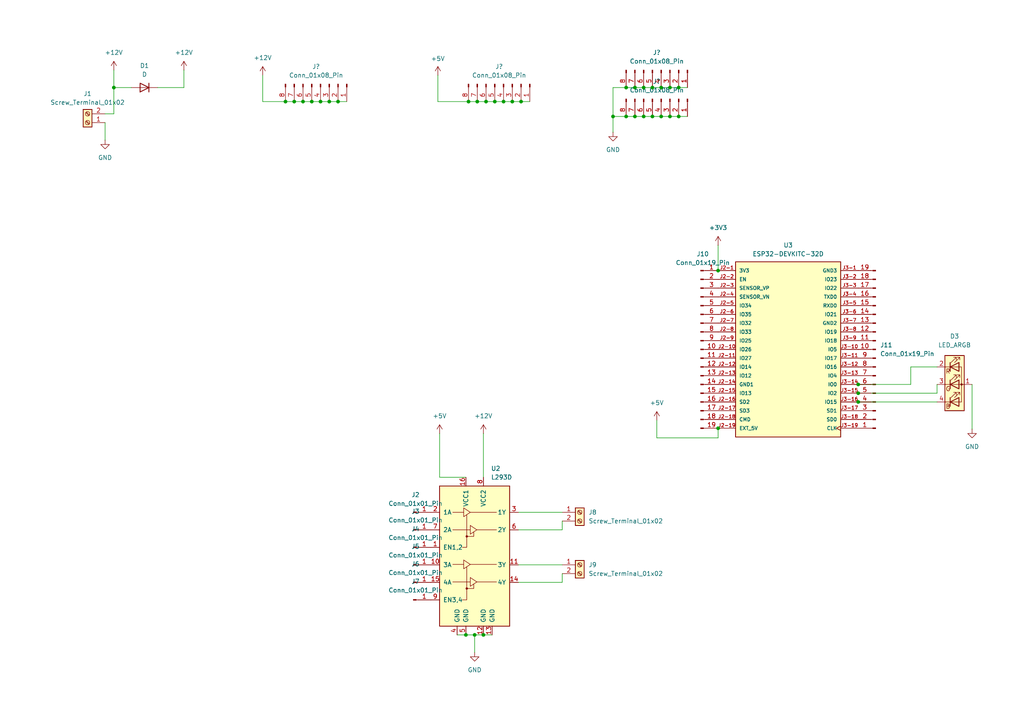
<source format=kicad_sch>
(kicad_sch (version 20231120) (generator "eeschema") (generator_version "8.0")
  (paper "A4")
  (lib_symbols
    (symbol "Connector:Conn_01x01_Pin" (pin_names (offset 1.016) hide)
      (property "Reference" "J" (at 0 2.54 0))
      (property "Value" "Conn_01x01_Pin" (at 0 -2.54 0))
      (symbol "Conn_01x01_Pin_1_1"
        (polyline (pts (xy 1.27 0) (xy 0.8636 0)) (stroke (width 0.1524)))
        (rectangle (start 0.8636 0.127) (end 0 -0.127) (stroke (width 0.1524)) (fill (type outline)))
        (pin passive line (at 5.08 0 180) (length 3.81) (name "Pin_1") (number "1"))
      )
    )
    (symbol "Connector:Conn_01x08_Pin" (pin_names (offset 1.016) hide)
      (property "Reference" "J" (at 0 10.16 0))
      (property "Value" "Conn_01x08_Pin" (at 0 -12.7 0))
      (symbol "Conn_01x08_Pin_1_1"
        (polyline (pts (xy 1.27 -10.16) (xy 0.8636 -10.16)) (stroke (width 0.1524)))
        (polyline (pts (xy 1.27 -7.62) (xy 0.8636 -7.62)) (stroke (width 0.1524)))
        (polyline (pts (xy 1.27 -5.08) (xy 0.8636 -5.08)) (stroke (width 0.1524)))
        (polyline (pts (xy 1.27 -2.54) (xy 0.8636 -2.54)) (stroke (width 0.1524)))
        (polyline (pts (xy 1.27 0) (xy 0.8636 0)) (stroke (width 0.1524)))
        (polyline (pts (xy 1.27 2.54) (xy 0.8636 2.54)) (stroke (width 0.1524)))
        (polyline (pts (xy 1.27 5.08) (xy 0.8636 5.08)) (stroke (width 0.1524)))
        (polyline (pts (xy 1.27 7.62) (xy 0.8636 7.62)) (stroke (width 0.1524)))
        (rectangle (start 0.8636 -10.033) (end 0 -10.287) (stroke (width 0.1524)) (fill (type outline)))
        (rectangle (start 0.8636 -7.493) (end 0 -7.747) (stroke (width 0.1524)) (fill (type outline)))
        (rectangle (start 0.8636 -4.953) (end 0 -5.207) (stroke (width 0.1524)) (fill (type outline)))
        (rectangle (start 0.8636 -2.413) (end 0 -2.667) (stroke (width 0.1524)) (fill (type outline)))
        (rectangle (start 0.8636 0.127) (end 0 -0.127) (stroke (width 0.1524)) (fill (type outline)))
        (rectangle (start 0.8636 2.667) (end 0 2.413) (stroke (width 0.1524)) (fill (type outline)))
        (rectangle (start 0.8636 5.207) (end 0 4.953) (stroke (width 0.1524)) (fill (type outline)))
        (rectangle (start 0.8636 7.747) (end 0 7.493) (stroke (width 0.1524)) (fill (type outline)))
        (pin passive line (at 5.08 7.62 180) (length 3.81) (name "Pin_1") (number "1"))
        (pin passive line (at 5.08 5.08 180) (length 3.81) (name "Pin_2") (number "2"))
        (pin passive line (at 5.08 2.54 180) (length 3.81) (name "Pin_3") (number "3"))
        (pin passive line (at 5.08 0 180) (length 3.81) (name "Pin_4") (number "4"))
        (pin passive line (at 5.08 -2.54 180) (length 3.81) (name "Pin_5") (number "5"))
        (pin passive line (at 5.08 -5.08 180) (length 3.81) (name "Pin_6") (number "6"))
        (pin passive line (at 5.08 -7.62 180) (length 3.81) (name "Pin_7") (number "7"))
        (pin passive line (at 5.08 -10.16 180) (length 3.81) (name "Pin_8") (number "8"))
      )
    )
    (symbol "Connector:Conn_01x19_Pin" (pin_names (offset 1.016) hide)
      (property "Reference" "J" (at 0 25.4 0))
      (property "Value" "Conn_01x19_Pin" (at 0 -25.4 0))
      (symbol "Conn_01x19_Pin_1_1"
        (polyline (pts (xy 1.27 -22.86) (xy 0.8636 -22.86)) (stroke (width 0.1524)))
        (polyline (pts (xy 1.27 -20.32) (xy 0.8636 -20.32)) (stroke (width 0.1524)))
        (polyline (pts (xy 1.27 -17.78) (xy 0.8636 -17.78)) (stroke (width 0.1524)))
        (polyline (pts (xy 1.27 -15.24) (xy 0.8636 -15.24)) (stroke (width 0.1524)))
        (polyline (pts (xy 1.27 -12.7) (xy 0.8636 -12.7)) (stroke (width 0.1524)))
        (polyline (pts (xy 1.27 -10.16) (xy 0.8636 -10.16)) (stroke (width 0.1524)))
        (polyline (pts (xy 1.27 -7.62) (xy 0.8636 -7.62)) (stroke (width 0.1524)))
        (polyline (pts (xy 1.27 -5.08) (xy 0.8636 -5.08)) (stroke (width 0.1524)))
        (polyline (pts (xy 1.27 -2.54) (xy 0.8636 -2.54)) (stroke (width 0.1524)))
        (polyline (pts (xy 1.27 0) (xy 0.8636 0)) (stroke (width 0.1524)))
        (polyline (pts (xy 1.27 2.54) (xy 0.8636 2.54)) (stroke (width 0.1524)))
        (polyline (pts (xy 1.27 5.08) (xy 0.8636 5.08)) (stroke (width 0.1524)))
        (polyline (pts (xy 1.27 7.62) (xy 0.8636 7.62)) (stroke (width 0.1524)))
        (polyline (pts (xy 1.27 10.16) (xy 0.8636 10.16)) (stroke (width 0.1524)))
        (polyline (pts (xy 1.27 12.7) (xy 0.8636 12.7)) (stroke (width 0.1524)))
        (polyline (pts (xy 1.27 15.24) (xy 0.8636 15.24)) (stroke (width 0.1524)))
        (polyline (pts (xy 1.27 17.78) (xy 0.8636 17.78)) (stroke (width 0.1524)))
        (polyline (pts (xy 1.27 20.32) (xy 0.8636 20.32)) (stroke (width 0.1524)))
        (polyline (pts (xy 1.27 22.86) (xy 0.8636 22.86)) (stroke (width 0.1524)))
        (rectangle (start 0.8636 -22.733) (end 0 -22.987) (stroke (width 0.1524)) (fill (type outline)))
        (rectangle (start 0.8636 -20.193) (end 0 -20.447) (stroke (width 0.1524)) (fill (type outline)))
        (rectangle (start 0.8636 -17.653) (end 0 -17.907) (stroke (width 0.1524)) (fill (type outline)))
        (rectangle (start 0.8636 -15.113) (end 0 -15.367) (stroke (width 0.1524)) (fill (type outline)))
        (rectangle (start 0.8636 -12.573) (end 0 -12.827) (stroke (width 0.1524)) (fill (type outline)))
        (rectangle (start 0.8636 -10.033) (end 0 -10.287) (stroke (width 0.1524)) (fill (type outline)))
        (rectangle (start 0.8636 -7.493) (end 0 -7.747) (stroke (width 0.1524)) (fill (type outline)))
        (rectangle (start 0.8636 -4.953) (end 0 -5.207) (stroke (width 0.1524)) (fill (type outline)))
        (rectangle (start 0.8636 -2.413) (end 0 -2.667) (stroke (width 0.1524)) (fill (type outline)))
        (rectangle (start 0.8636 0.127) (end 0 -0.127) (stroke (width 0.1524)) (fill (type outline)))
        (rectangle (start 0.8636 2.667) (end 0 2.413) (stroke (width 0.1524)) (fill (type outline)))
        (rectangle (start 0.8636 5.207) (end 0 4.953) (stroke (width 0.1524)) (fill (type outline)))
        (rectangle (start 0.8636 7.747) (end 0 7.493) (stroke (width 0.1524)) (fill (type outline)))
        (rectangle (start 0.8636 10.287) (end 0 10.033) (stroke (width 0.1524)) (fill (type outline)))
        (rectangle (start 0.8636 12.827) (end 0 12.573) (stroke (width 0.1524)) (fill (type outline)))
        (rectangle (start 0.8636 15.367) (end 0 15.113) (stroke (width 0.1524)) (fill (type outline)))
        (rectangle (start 0.8636 17.907) (end 0 17.653) (stroke (width 0.1524)) (fill (type outline)))
        (rectangle (start 0.8636 20.447) (end 0 20.193) (stroke (width 0.1524)) (fill (type outline)))
        (rectangle (start 0.8636 22.987) (end 0 22.733) (stroke (width 0.1524)) (fill (type outline)))
        (pin passive line (at 5.08 22.86 180) (length 3.81) (name "Pin_1") (number "1"))
        (pin passive line (at 5.08 0 180) (length 3.81) (name "Pin_10") (number "10"))
        (pin passive line (at 5.08 -2.54 180) (length 3.81) (name "Pin_11") (number "11"))
        (pin passive line (at 5.08 -5.08 180) (length 3.81) (name "Pin_12") (number "12"))
        (pin passive line (at 5.08 -7.62 180) (length 3.81) (name "Pin_13") (number "13"))
        (pin passive line (at 5.08 -10.16 180) (length 3.81) (name "Pin_14") (number "14"))
        (pin passive line (at 5.08 -12.7 180) (length 3.81) (name "Pin_15") (number "15"))
        (pin passive line (at 5.08 -15.24 180) (length 3.81) (name "Pin_16") (number "16"))
        (pin passive line (at 5.08 -17.78 180) (length 3.81) (name "Pin_17") (number "17"))
        (pin passive line (at 5.08 -20.32 180) (length 3.81) (name "Pin_18") (number "18"))
        (pin passive line (at 5.08 -22.86 180) (length 3.81) (name "Pin_19") (number "19"))
        (pin passive line (at 5.08 20.32 180) (length 3.81) (name "Pin_2") (number "2"))
        (pin passive line (at 5.08 17.78 180) (length 3.81) (name "Pin_3") (number "3"))
        (pin passive line (at 5.08 15.24 180) (length 3.81) (name "Pin_4") (number "4"))
        (pin passive line (at 5.08 12.7 180) (length 3.81) (name "Pin_5") (number "5"))
        (pin passive line (at 5.08 10.16 180) (length 3.81) (name "Pin_6") (number "6"))
        (pin passive line (at 5.08 7.62 180) (length 3.81) (name "Pin_7") (number "7"))
        (pin passive line (at 5.08 5.08 180) (length 3.81) (name "Pin_8") (number "8"))
        (pin passive line (at 5.08 2.54 180) (length 3.81) (name "Pin_9") (number "9"))
      )
    )
    (symbol "Connector:Screw_Terminal_01x02" (pin_names (offset 1.016) hide)
      (property "Reference" "J" (at 0 2.54 0))
      (property "Value" "Screw_Terminal_01x02" (at 0 -5.08 0))
      (symbol "Screw_Terminal_01x02_1_1"
        (rectangle (start -1.27 1.27) (end 1.27 -3.81) (stroke (width 0.254)) (fill (type background)))
        (circle (center 0 -2.54) (radius 0.635) (stroke (width 0.1524)))
        (polyline (pts (xy -0.5334 -2.2098) (xy 0.3302 -3.048)) (stroke (width 0.1524)))
        (polyline (pts (xy -0.5334 0.3302) (xy 0.3302 -0.508)) (stroke (width 0.1524)))
        (polyline (pts (xy -0.3556 -2.032) (xy 0.508 -2.8702)) (stroke (width 0.1524)))
        (polyline (pts (xy -0.3556 0.508) (xy 0.508 -0.3302)) (stroke (width 0.1524)))
        (circle (center 0 0) (radius 0.635) (stroke (width 0.1524)))
        (pin passive line (at -5.08 0 0) (length 3.81) (name "Pin_1") (number "1"))
        (pin passive line (at -5.08 -2.54 0) (length 3.81) (name "Pin_2") (number "2"))
      )
    )
    (symbol "Device:D" (pin_numbers hide) (pin_names (offset 1.016) hide)
      (property "Reference" "D" (at 0 2.54 0))
      (property "Value" "D" (at 0 -2.54 0))
      (symbol "D_0_1"
        (polyline (pts (xy -1.27 1.27) (xy -1.27 -1.27)) (stroke (width 0.254)))
        (polyline (pts (xy 1.27 0) (xy -1.27 0)))
        (polyline (pts (xy 1.27 1.27) (xy 1.27 -1.27) (xy -1.27 0) (xy 1.27 1.27)) (stroke (width 0.254)))
      )
      (symbol "D_1_1"
        (pin passive line (at -3.81 0 0) (length 2.54) (name "K") (number "1"))
        (pin passive line (at 3.81 0 180) (length 2.54) (name "A") (number "2"))
      )
    )
    (symbol "Device:LED_ARGB" (pin_names (offset 0) hide)
      (property "Reference" "D" (at 0 9.398 0))
      (property "Value" "LED_ARGB" (at 0 -8.89 0))
      (symbol "LED_ARGB_0_0"
        (text "B" (at -1.905 -6.35 0) (effects (font (size 1.27 1.27))))
        (text "G" (at -1.905 -1.27 0) (effects (font (size 1.27 1.27))))
        (text "R" (at -1.905 3.81 0) (effects (font (size 1.27 1.27))))
      )
      (symbol "LED_ARGB_0_1"
        (polyline (pts (xy -1.27 -5.08) (xy -2.54 -5.08)))
        (polyline (pts (xy -1.27 -5.08) (xy 1.27 -5.08)))
        (polyline (pts (xy -1.27 -3.81) (xy -1.27 -6.35)) (stroke (width 0.254)))
        (polyline (pts (xy -1.27 0) (xy -2.54 0)))
        (polyline (pts (xy -1.27 1.27) (xy -1.27 -1.27)) (stroke (width 0.254)))
        (polyline (pts (xy -1.27 5.08) (xy -2.54 5.08)))
        (polyline (pts (xy -1.27 5.08) (xy 1.27 5.08)))
        (polyline (pts (xy -1.27 6.35) (xy -1.27 3.81)) (stroke (width 0.254)))
        (polyline (pts (xy 1.27 0) (xy -1.27 0)))
        (polyline (pts (xy 1.27 0) (xy 2.54 0)))
        (polyline (pts (xy -1.27 1.27) (xy -1.27 -1.27) (xy -1.27 -1.27)))
        (polyline (pts (xy -1.27 6.35) (xy -1.27 3.81) (xy -1.27 3.81)))
        (polyline (pts (xy 1.27 -5.08) (xy 2.032 -5.08) (xy 2.032 5.08) (xy 1.27 5.08)))
        (polyline (pts (xy 1.27 -3.81) (xy 1.27 -6.35) (xy -1.27 -5.08) (xy 1.27 -3.81)) (stroke (width 0.254)))
        (polyline (pts (xy 1.27 1.27) (xy 1.27 -1.27) (xy -1.27 0) (xy 1.27 1.27)) (stroke (width 0.254)))
        (polyline (pts (xy 1.27 6.35) (xy 1.27 3.81) (xy -1.27 5.08) (xy 1.27 6.35)) (stroke (width 0.254)))
        (polyline (pts (xy -1.016 -3.81) (xy 0.508 -2.286) (xy -0.254 -2.286) (xy 0.508 -2.286) (xy 0.508 -3.048)))
        (polyline (pts (xy -1.016 1.27) (xy 0.508 2.794) (xy -0.254 2.794) (xy 0.508 2.794) (xy 0.508 2.032)))
        (polyline (pts (xy -1.016 6.35) (xy 0.508 7.874) (xy -0.254 7.874) (xy 0.508 7.874) (xy 0.508 7.112)))
        (polyline (pts (xy 0 -3.81) (xy 1.524 -2.286) (xy 0.762 -2.286) (xy 1.524 -2.286) (xy 1.524 -3.048)))
        (polyline (pts (xy 0 1.27) (xy 1.524 2.794) (xy 0.762 2.794) (xy 1.524 2.794) (xy 1.524 2.032)))
        (polyline (pts (xy 0 6.35) (xy 1.524 7.874) (xy 0.762 7.874) (xy 1.524 7.874) (xy 1.524 7.112)))
        (rectangle (start 1.27 -1.27) (end 1.27 1.27))
        (rectangle (start 1.27 1.27) (end 1.27 1.27))
        (rectangle (start 1.27 3.81) (end 1.27 6.35))
        (rectangle (start 1.27 6.35) (end 1.27 6.35))
        (circle (center 2.032 0) (radius 0.254) (fill (type outline)))
        (rectangle (start 2.794 8.382) (end -2.794 -7.62) (stroke (width 0.254)) (fill (type background)))
      )
      (symbol "LED_ARGB_1_1"
        (pin passive line (at 5.08 0 180) (length 2.54) (name "A") (number "1"))
        (pin passive line (at -5.08 5.08 0) (length 2.54) (name "RK") (number "2"))
        (pin passive line (at -5.08 0 0) (length 2.54) (name "GK") (number "3"))
        (pin passive line (at -5.08 -5.08 0) (length 2.54) (name "BK") (number "4"))
      )
    )
    (symbol "Driver_Motor:L293D" (pin_names (offset 1.016))
      (property "Reference" "U" (at -5.08 26.035 0))
      (property "Value" "L293D" (at -5.08 24.13 0))
      (symbol "L293D_0_1"
        (rectangle (start -10.16 22.86) (end 10.16 -17.78) (stroke (width 0.254)) (fill (type background)))
        (circle (center -2.286 -6.858) (radius 0.254) (fill (type outline)))
        (circle (center -2.286 8.255) (radius 0.254) (fill (type outline)))
        (polyline (pts (xy -6.35 -4.953) (xy -1.27 -4.953)))
        (polyline (pts (xy -6.35 0.127) (xy -3.175 0.127)))
        (polyline (pts (xy -6.35 10.16) (xy -1.27 10.16)))
        (polyline (pts (xy -6.35 15.24) (xy -3.175 15.24)))
        (polyline (pts (xy -1.27 0.127) (xy 6.35 0.127)))
        (polyline (pts (xy -1.27 15.24) (xy 6.35 15.24)))
        (polyline (pts (xy 0.635 -4.953) (xy 6.35 -4.953)))
        (polyline (pts (xy 0.635 10.16) (xy 6.35 10.16)))
        (polyline (pts (xy -2.286 -6.858) (xy -0.254 -6.858) (xy -0.254 -5.588)))
        (polyline (pts (xy -2.286 -0.635) (xy -2.286 -10.16) (xy -3.556 -10.16)))
        (polyline (pts (xy -2.286 8.255) (xy -0.254 8.255) (xy -0.254 9.525)))
        (polyline (pts (xy -2.286 14.478) (xy -2.286 5.08) (xy -3.556 5.08)))
        (polyline (pts (xy -3.175 1.397) (xy -3.175 -1.143) (xy -1.27 0.127) (xy -3.175 1.397)))
        (polyline (pts (xy -3.175 16.51) (xy -3.175 13.97) (xy -1.27 15.24) (xy -3.175 16.51)))
        (polyline (pts (xy -1.27 -3.683) (xy -1.27 -6.223) (xy 0.635 -4.953) (xy -1.27 -3.683)))
        (polyline (pts (xy -1.27 11.43) (xy -1.27 8.89) (xy 0.635 10.16) (xy -1.27 11.43)))
      )
      (symbol "L293D_1_1"
        (pin input line (at -12.7 5.08 0) (length 2.54) (name "EN1,2") (number "1"))
        (pin input line (at -12.7 0 0) (length 2.54) (name "3A") (number "10"))
        (pin output line (at 12.7 0 180) (length 2.54) (name "3Y") (number "11"))
        (pin power_in line (at 2.54 -20.32 90) (length 2.54) (name "GND") (number "12"))
        (pin power_in line (at 5.08 -20.32 90) (length 2.54) (name "GND") (number "13"))
        (pin output line (at 12.7 -5.08 180) (length 2.54) (name "4Y") (number "14"))
        (pin input line (at -12.7 -5.08 0) (length 2.54) (name "4A") (number "15"))
        (pin power_in line (at -2.54 25.4 270) (length 2.54) (name "VCC1") (number "16"))
        (pin input line (at -12.7 15.24 0) (length 2.54) (name "1A") (number "2"))
        (pin output line (at 12.7 15.24 180) (length 2.54) (name "1Y") (number "3"))
        (pin power_in line (at -5.08 -20.32 90) (length 2.54) (name "GND") (number "4"))
        (pin power_in line (at -2.54 -20.32 90) (length 2.54) (name "GND") (number "5"))
        (pin output line (at 12.7 10.16 180) (length 2.54) (name "2Y") (number "6"))
        (pin input line (at -12.7 10.16 0) (length 2.54) (name "2A") (number "7"))
        (pin power_in line (at 2.54 25.4 270) (length 2.54) (name "VCC2") (number "8"))
        (pin input line (at -12.7 -10.16 0) (length 2.54) (name "EN3,4") (number "9"))
      )
    )
    (symbol "ESP32-DEVKITC-32D:ESP32-DEVKITC-32D" (pin_names (offset 1.016))
      (property "Reference" "U" (at -15.2572 26.0643 0))
      (property "Value" "ESP32-DEVKITC-32D" (at -15.2563 -27.9698 0))
      (symbol "ESP32-DEVKITC-32D_0_0"
        (rectangle (start -15.24 -25.4) (end 15.24 25.4) (stroke (width 0.254)) (fill (type background)))
        (pin power_in line (at -20.32 22.86 0) (length 5.08) (name "3V3") (number "J2-1"))
        (pin bidirectional line (at -20.32 0 0) (length 5.08) (name "IO26") (number "J2-10"))
        (pin bidirectional line (at -20.32 -2.54 0) (length 5.08) (name "IO27") (number "J2-11"))
        (pin bidirectional line (at -20.32 -5.08 0) (length 5.08) (name "IO14") (number "J2-12"))
        (pin bidirectional line (at -20.32 -7.62 0) (length 5.08) (name "IO12") (number "J2-13"))
        (pin power_in line (at -20.32 -10.16 0) (length 5.08) (name "GND1") (number "J2-14"))
        (pin bidirectional line (at -20.32 -12.7 0) (length 5.08) (name "IO13") (number "J2-15"))
        (pin bidirectional line (at -20.32 -15.24 0) (length 5.08) (name "SD2") (number "J2-16"))
        (pin bidirectional line (at -20.32 -17.78 0) (length 5.08) (name "SD3") (number "J2-17"))
        (pin bidirectional line (at -20.32 -20.32 0) (length 5.08) (name "CMD") (number "J2-18"))
        (pin power_in line (at -20.32 -22.86 0) (length 5.08) (name "EXT_5V") (number "J2-19"))
        (pin input line (at -20.32 20.32 0) (length 5.08) (name "EN") (number "J2-2"))
        (pin input line (at -20.32 17.78 0) (length 5.08) (name "SENSOR_VP") (number "J2-3"))
        (pin input line (at -20.32 15.24 0) (length 5.08) (name "SENSOR_VN") (number "J2-4"))
        (pin bidirectional line (at -20.32 12.7 0) (length 5.08) (name "IO34") (number "J2-5"))
        (pin bidirectional line (at -20.32 10.16 0) (length 5.08) (name "IO35") (number "J2-6"))
        (pin bidirectional line (at -20.32 7.62 0) (length 5.08) (name "IO32") (number "J2-7"))
        (pin bidirectional line (at -20.32 5.08 0) (length 5.08) (name "IO33") (number "J2-8"))
        (pin bidirectional line (at -20.32 2.54 0) (length 5.08) (name "IO25") (number "J2-9"))
        (pin power_in line (at 20.32 22.86 180) (length 5.08) (name "GND3") (number "J3-1"))
        (pin bidirectional line (at 20.32 0 180) (length 5.08) (name "IO5") (number "J3-10"))
        (pin bidirectional line (at 20.32 -2.54 180) (length 5.08) (name "IO17") (number "J3-11"))
        (pin bidirectional line (at 20.32 -5.08 180) (length 5.08) (name "IO16") (number "J3-12"))
        (pin bidirectional line (at 20.32 -7.62 180) (length 5.08) (name "IO4") (number "J3-13"))
        (pin bidirectional line (at 20.32 -10.16 180) (length 5.08) (name "IO0") (number "J3-14"))
        (pin bidirectional line (at 20.32 -12.7 180) (length 5.08) (name "IO2") (number "J3-15"))
        (pin bidirectional line (at 20.32 -15.24 180) (length 5.08) (name "IO15") (number "J3-16"))
        (pin bidirectional line (at 20.32 -17.78 180) (length 5.08) (name "SD1") (number "J3-17"))
        (pin bidirectional line (at 20.32 -20.32 180) (length 5.08) (name "SD0") (number "J3-18"))
        (pin input clock (at 20.32 -22.86 180) (length 5.08) (name "CLK") (number "J3-19"))
        (pin bidirectional line (at 20.32 20.32 180) (length 5.08) (name "IO23") (number "J3-2"))
        (pin bidirectional line (at 20.32 17.78 180) (length 5.08) (name "IO22") (number "J3-3"))
        (pin output line (at 20.32 15.24 180) (length 5.08) (name "TXD0") (number "J3-4"))
        (pin input line (at 20.32 12.7 180) (length 5.08) (name "RXD0") (number "J3-5"))
        (pin bidirectional line (at 20.32 10.16 180) (length 5.08) (name "IO21") (number "J3-6"))
        (pin power_in line (at 20.32 7.62 180) (length 5.08) (name "GND2") (number "J3-7"))
        (pin bidirectional line (at 20.32 5.08 180) (length 5.08) (name "IO19") (number "J3-8"))
        (pin bidirectional line (at 20.32 2.54 180) (length 5.08) (name "IO18") (number "J3-9"))
      )
    )
    (symbol "power:+12V" (power) (pin_numbers hide) (pin_names (offset 0) hide)
      (property "Value" "+12V" (at 0 3.556 0))
      (symbol "+12V_0_1"
        (polyline (pts (xy -0.762 1.27) (xy 0 2.54)))
        (polyline (pts (xy 0 0) (xy 0 2.54)))
        (polyline (pts (xy 0 2.54) (xy 0.762 1.27)))
      )
      (symbol "+12V_1_1"
        (pin power_in line (at 0 0 90) (length 0) (name "~") (number "1"))
      )
    )
    (symbol "power:+3V3" (power) (pin_numbers hide) (pin_names (offset 0) hide)
      (property "Value" "+3V3" (at 0 3.556 0))
      (symbol "+3V3_0_1"
        (polyline (pts (xy -0.762 1.27) (xy 0 2.54)))
        (polyline (pts (xy 0 0) (xy 0 2.54)))
        (polyline (pts (xy 0 2.54) (xy 0.762 1.27)))
      )
      (symbol "+3V3_1_1"
        (pin power_in line (at 0 0 90) (length 0) (name "~") (number "1"))
      )
    )
    (symbol "power:+5V" (power) (pin_numbers hide) (pin_names (offset 0) hide)
      (property "Value" "+5V" (at 0 3.556 0))
      (symbol "+5V_0_1"
        (polyline (pts (xy -0.762 1.27) (xy 0 2.54)))
        (polyline (pts (xy 0 0) (xy 0 2.54)))
        (polyline (pts (xy 0 2.54) (xy 0.762 1.27)))
      )
      (symbol "+5V_1_1"
        (pin power_in line (at 0 0 90) (length 0) (name "~") (number "1"))
      )
    )
    (symbol "power:GND" (power) (pin_numbers hide) (pin_names (offset 0) hide)
      (property "Value" "GND" (at 0 -3.81 0))
      (symbol "GND_0_1"
        (polyline (pts (xy 0 0) (xy 0 -1.27) (xy 1.27 -1.27) (xy 0 -2.54) (xy -1.27 -1.27) (xy 0 -1.27)))
      )
      (symbol "GND_1_1"
        (pin power_in line (at 0 0 270) (length 0) (name "~") (number "1"))
      )
    )
  )
  (junction (at 135.128 184.15))
  (junction (at 191.77 25.4))
  (junction (at 135.89 29.464))
  (junction (at 181.61 33.782))
  (junction (at 181.61 25.4))
  (junction (at 248.92 116.586))
  (junction (at 194.31 33.782))
  (junction (at 189.23 25.4))
  (junction (at 138.43 29.464))
  (junction (at 82.804 29.464))
  (junction (at 151.13 29.464))
  (junction (at 184.15 25.4))
  (junction (at 87.884 29.464))
  (junction (at 95.504 29.464))
  (junction (at 143.51 29.464))
  (junction (at 148.59 29.464))
  (junction (at 189.23 33.782))
  (junction (at 196.85 25.4))
  (junction (at 177.8 33.782))
  (junction (at 92.964 29.464))
  (junction (at 248.92 114.046))
  (junction (at 186.69 33.782))
  (junction (at 196.85 33.782))
  (junction (at 194.31 25.4))
  (junction (at 98.044 29.464))
  (junction (at 208.28 124.206))
  (junction (at 90.424 29.464))
  (junction (at 184.15 33.782))
  (junction (at 140.97 29.464))
  (junction (at 137.668 184.15))
  (junction (at 191.77 33.782))
  (junction (at 33.02 25.4))
  (junction (at 208.28 78.486))
  (junction (at 140.208 184.15))
  (junction (at 248.92 111.506))
  (junction (at 146.05 29.464))
  (junction (at 85.344 29.464))
  (junction (at 186.69 25.4))
  (wire (pts (xy 137.668 184.15) (xy 137.668 189.23)))
  (wire (pts (xy 163.068 151.13) (xy 163.068 153.67)))
  (wire (pts (xy 248.92 116.586) (xy 271.78 116.586)))
  (wire (pts (xy 181.61 33.782) (xy 184.15 33.782)))
  (wire (pts (xy 184.15 33.782) (xy 186.69 33.782)))
  (wire (pts (xy 150.368 148.59) (xy 163.068 148.59)))
  (wire (pts (xy 76.2 29.464) (xy 82.804 29.464)))
  (wire (pts (xy 98.044 29.464) (xy 100.584 29.464)))
  (wire (pts (xy 248.92 114.046) (xy 271.78 114.046)))
  (wire (pts (xy 95.504 29.464) (xy 98.044 29.464)))
  (wire (pts (xy 127.508 125.73) (xy 127.508 138.43)))
  (wire (pts (xy 135.89 29.464) (xy 138.43 29.464)))
  (wire (pts (xy 150.368 168.91) (xy 163.068 168.91)))
  (wire (pts (xy 191.77 25.4) (xy 194.31 25.4)))
  (wire (pts (xy 33.02 25.4) (xy 33.02 33.02)))
  (wire (pts (xy 177.8 25.4) (xy 177.8 33.782)))
  (wire (pts (xy 196.85 33.782) (xy 199.39 33.782)))
  (wire (pts (xy 163.068 166.37) (xy 163.068 168.91)))
  (wire (pts (xy 140.208 125.73) (xy 140.208 138.43)))
  (wire (pts (xy 181.61 25.4) (xy 184.15 25.4)))
  (wire (pts (xy 189.23 25.4) (xy 191.77 25.4)))
  (wire (pts (xy 33.02 20.32) (xy 33.02 25.4)))
  (wire (pts (xy 92.964 29.464) (xy 95.504 29.464)))
  (wire (pts (xy 194.31 33.782) (xy 196.85 33.782)))
  (wire (pts (xy 146.05 29.464) (xy 148.59 29.464)))
  (wire (pts (xy 186.69 33.782) (xy 189.23 33.782)))
  (wire (pts (xy 194.31 25.4) (xy 196.85 25.4)))
  (wire (pts (xy 190.5 121.92) (xy 190.5 127)))
  (wire (pts (xy 271.78 111.506) (xy 271.78 114.046)))
  (wire (pts (xy 281.94 111.506) (xy 281.94 124.46)))
  (wire (pts (xy 196.85 25.4) (xy 199.39 25.4)))
  (wire (pts (xy 33.02 25.4) (xy 38.1 25.4)))
  (wire (pts (xy 264.16 106.426) (xy 264.16 111.506)))
  (wire (pts (xy 150.368 163.83) (xy 163.068 163.83)))
  (wire (pts (xy 76.2 21.844) (xy 76.2 29.464)))
  (wire (pts (xy 264.16 106.426) (xy 271.78 106.426)))
  (wire (pts (xy 85.344 29.464) (xy 87.884 29.464)))
  (wire (pts (xy 30.48 35.56) (xy 30.48 40.64)))
  (wire (pts (xy 190.5 127) (xy 208.28 127)))
  (wire (pts (xy 140.208 184.15) (xy 142.748 184.15)))
  (wire (pts (xy 208.28 71.12) (xy 208.28 78.486)))
  (wire (pts (xy 151.13 29.464) (xy 153.67 29.464)))
  (wire (pts (xy 186.69 25.4) (xy 189.23 25.4)))
  (wire (pts (xy 138.43 29.464) (xy 140.97 29.464)))
  (wire (pts (xy 208.28 124.206) (xy 208.28 127)))
  (wire (pts (xy 191.77 33.782) (xy 194.31 33.782)))
  (wire (pts (xy 30.48 33.02) (xy 33.02 33.02)))
  (wire (pts (xy 140.97 29.464) (xy 143.51 29.464)))
  (wire (pts (xy 177.8 25.4) (xy 181.61 25.4)))
  (wire (pts (xy 127 21.844) (xy 127 29.464)))
  (wire (pts (xy 127.508 138.43) (xy 135.128 138.43)))
  (wire (pts (xy 184.15 25.4) (xy 186.69 25.4)))
  (wire (pts (xy 143.51 29.464) (xy 146.05 29.464)))
  (wire (pts (xy 53.34 20.32) (xy 53.34 25.4)))
  (wire (pts (xy 137.668 184.15) (xy 140.208 184.15)))
  (wire (pts (xy 132.588 184.15) (xy 135.128 184.15)))
  (wire (pts (xy 87.884 29.464) (xy 90.424 29.464)))
  (wire (pts (xy 45.72 25.4) (xy 53.34 25.4)))
  (wire (pts (xy 177.8 33.782) (xy 181.61 33.782)))
  (wire (pts (xy 135.128 184.15) (xy 137.668 184.15)))
  (wire (pts (xy 90.424 29.464) (xy 92.964 29.464)))
  (wire (pts (xy 177.8 33.782) (xy 177.8 38.354)))
  (wire (pts (xy 82.804 29.464) (xy 85.344 29.464)))
  (wire (pts (xy 150.368 153.67) (xy 163.068 153.67)))
  (wire (pts (xy 148.59 29.464) (xy 151.13 29.464)))
  (wire (pts (xy 248.92 111.506) (xy 264.16 111.506)))
  (wire (pts (xy 127 29.464) (xy 135.89 29.464)))
  (wire (pts (xy 189.23 33.782) (xy 191.77 33.782)))
  (symbol (lib_id "Connector:Conn_01x01_Pin") (at 119.888 153.67 0) (unit 1)
    (property "Reference" "J3" (at 120.523 148.336 0))
    (property "Value" "Conn_01x01_Pin" (at 120.523 150.876 0))
    (property "Footprint" "Connector_PinHeader_2.54mm:PinHeader_1x01_P2.54mm_Vertical" (effects (hide yes)))
    (property "Description" "Generic connector, single row, 01x01, script generated" (effects (hide yes)))
  )
  (symbol (lib_id "Connector:Screw_Terminal_01x02") (at 25.4 35.56 180) (unit 1)
    (property "Reference" "J1" (at 25.4 27.178 0))
    (property "Value" "Screw_Terminal_01x02" (at 25.4 29.718 0))
    (property "Footprint" "TerminalBlock_Phoenix:TerminalBlock_Phoenix_MKDS-1,5-2-5.08_1x02_P5.08mm_Horizontal" (effects (hide yes)))
    (property "Description" "Generic screw terminal, single row, 01x02, script generated (kicad-library-utils/schlib/autogen/connector/)" (effects (hide yes)))
  )
  (symbol (lib_id "power:GND") (at 281.94 124.46 0) (unit 1)
    (property "Reference" "#PWR012" (effects (hide yes)))
    (property "Value" "GND" (at 281.94 129.54 0))
    (property "Description" "Power symbol creates a global label with name \"GND\" , ground" (effects (hide yes)))
  )
  (symbol (lib_id "Connector:Conn_01x08_Pin") (at 92.964 24.384 270) (unit 1)
    (property "Reference" "J?" (at 91.694 19.304 90))
    (property "Value" "Conn_01x08_Pin" (at 91.694 21.844 90))
    (property "Footprint" "Connector_PinHeader_2.00mm:PinHeader_1x08_P2.00mm_Vertical" (effects (hide yes)))
    (property "Description" "Generic connector, single row, 01x08, script generated" (effects (hide yes)))
  )
  (symbol (lib_id "power:+12V") (at 140.208 125.73 0) (unit 1)
    (property "Reference" "#PWR03" (effects (hide yes)))
    (property "Value" "+12V" (at 140.208 120.65 0))
    (property "Description" "Power symbol creates a global label with name \"+12V\"" (effects (hide yes)))
  )
  (symbol (lib_id "power:+5V") (at 127 21.844 0) (unit 1)
    (property "Reference" "#PWR09" (effects (hide yes)))
    (property "Value" "+5V" (at 127 17.018 0))
    (property "Description" "Power symbol creates a global label with name \"+5V\"" (effects (hide yes)))
  )
  (symbol (lib_id "Driver_Motor:L293D") (at 137.668 163.83 0) (unit 1)
    (property "Reference" "U2" (at 142.4021 135.89 0) (effects (justify left)))
    (property "Value" "L293D" (at 142.4021 138.43 0) (effects (justify left)))
    (property "Footprint" "Package_DIP:DIP-16_W7.62mm" (effects (hide yes)))
    (property "Datasheet" "http://www.ti.com/lit/ds/symlink/l293.pdf" (effects (hide yes)))
    (property "Description" "Quadruple Half-H Drivers" (effects (hide yes)))
  )
  (symbol (lib_id "power:GND") (at 177.8 38.354 0) (unit 1)
    (property "Reference" "#PWR014" (effects (hide yes)))
    (property "Value" "GND" (at 177.8 43.434 0))
    (property "Description" "Power symbol creates a global label with name \"GND\" , ground" (effects (hide yes)))
  )
  (symbol (lib_id "Connector:Conn_01x01_Pin") (at 119.888 168.91 0) (unit 1)
    (property "Reference" "J6" (at 120.523 163.576 0))
    (property "Value" "Conn_01x01_Pin" (at 120.523 166.116 0))
    (property "Footprint" "Connector_PinHeader_2.54mm:PinHeader_1x01_P2.54mm_Vertical" (effects (hide yes)))
    (property "Description" "Generic connector, single row, 01x01, script generated" (effects (hide yes)))
  )
  (symbol (lib_id "Connector:Conn_01x19_Pin") (at 203.2 101.346 0) (unit 1)
    (property "Reference" "J10" (at 203.835 73.66 0))
    (property "Value" "Conn_01x19_Pin" (at 203.835 76.2 0))
    (property "Footprint" "Connector_PinHeader_2.54mm:PinHeader_1x19_P2.54mm_Vertical" (effects (hide yes)))
    (property "Description" "Generic connector, single row, 01x19, script generated" (effects (hide yes)))
  )
  (symbol (lib_id "Device:LED_ARGB") (at 276.86 111.506 0) (unit 1)
    (property "Reference" "D3" (at 276.86 97.536 0))
    (property "Value" "LED_ARGB" (at 276.86 100.076 0))
    (property "Footprint" "LED_THT:LED_D5.0mm-4_RGB_Wide_Pins" (effects (hide yes)))
    (property "Description" "RGB LED, anode/red/green/blue" (effects (hide yes)))
  )
  (symbol (lib_id "Connector:Conn_01x08_Pin") (at 191.77 28.702 270) (unit 1)
    (property "Reference" "J?" (at 190.5 23.622 90))
    (property "Value" "Conn_01x08_Pin" (at 190.5 26.162 90))
    (property "Footprint" "Connector_PinHeader_2.00mm:PinHeader_1x08_P2.00mm_Vertical" (effects (hide yes)))
    (property "Description" "Generic connector, single row, 01x08, script generated" (effects (hide yes)))
  )
  (symbol (lib_id "power:+12V") (at 33.02 20.32 0) (unit 1)
    (property "Reference" "#PWR06" (effects (hide yes)))
    (property "Value" "+12V" (at 33.02 15.24 0))
    (property "Description" "Power symbol creates a global label with name \"+12V\"" (effects (hide yes)))
  )
  (symbol (lib_id "Connector:Conn_01x01_Pin") (at 119.888 148.59 0) (unit 1)
    (property "Reference" "J2" (at 120.523 143.51 0))
    (property "Value" "Conn_01x01_Pin" (at 120.523 146.05 0))
    (property "Footprint" "Connector_PinHeader_2.54mm:PinHeader_1x01_P2.54mm_Vertical" (effects (hide yes)))
    (property "Description" "Generic connector, single row, 01x01, script generated" (effects (hide yes)))
  )
  (symbol (lib_id "power:GND") (at 30.48 40.64 0) (unit 1)
    (property "Reference" "#PWR08" (effects (hide yes)))
    (property "Value" "GND" (at 30.48 45.72 0))
    (property "Description" "Power symbol creates a global label with name \"GND\" , ground" (effects (hide yes)))
  )
  (symbol (lib_id "power:+5V") (at 190.5 121.92 0) (unit 1)
    (property "Reference" "#PWR02" (effects (hide yes)))
    (property "Value" "+5V" (at 190.5 116.84 0))
    (property "Description" "Power symbol creates a global label with name \"+5V\"" (effects (hide yes)))
  )
  (symbol (lib_id "power:+3V3") (at 208.28 71.12 0) (unit 1)
    (property "Reference" "#PWR01" (effects (hide yes)))
    (property "Value" "+3V3" (at 208.28 66.04 0))
    (property "Description" "Power symbol creates a global label with name \"+3V3\"" (effects (hide yes)))
  )
  (symbol (lib_id "power:GND") (at 137.668 189.23 0) (unit 1)
    (property "Reference" "#PWR05" (effects (hide yes)))
    (property "Value" "GND" (at 137.668 194.31 0))
    (property "Description" "Power symbol creates a global label with name \"GND\" , ground" (effects (hide yes)))
  )
  (symbol (lib_id "power:+5V") (at 127.508 125.73 0) (unit 1)
    (property "Reference" "#PWR04" (effects (hide yes)))
    (property "Value" "+5V" (at 127.508 120.65 0))
    (property "Description" "Power symbol creates a global label with name \"+5V\"" (effects (hide yes)))
  )
  (symbol (lib_id "Connector:Conn_01x01_Pin") (at 119.888 163.83 0) (unit 1)
    (property "Reference" "J5" (at 120.523 158.496 0))
    (property "Value" "Conn_01x01_Pin" (at 120.523 161.036 0))
    (property "Footprint" "Connector_PinHeader_2.54mm:PinHeader_1x01_P2.54mm_Vertical" (effects (hide yes)))
    (property "Description" "Generic connector, single row, 01x01, script generated" (effects (hide yes)))
  )
  (symbol (lib_id "Connector:Conn_01x08_Pin") (at 146.05 24.384 270) (unit 1)
    (property "Reference" "J?" (at 144.78 19.304 90))
    (property "Value" "Conn_01x08_Pin" (at 144.78 21.844 90))
    (property "Footprint" "Connector_PinHeader_2.00mm:PinHeader_1x08_P2.00mm_Vertical" (effects (hide yes)))
    (property "Description" "Generic connector, single row, 01x08, script generated" (effects (hide yes)))
  )
  (symbol (lib_id "Connector:Conn_01x01_Pin") (at 119.888 158.75 0) (unit 1)
    (property "Reference" "J4" (at 120.523 153.416 0))
    (property "Value" "Conn_01x01_Pin" (at 120.523 155.956 0))
    (property "Footprint" "Connector_PinHeader_2.54mm:PinHeader_1x01_P2.54mm_Vertical" (effects (hide yes)))
    (property "Description" "Generic connector, single row, 01x01, script generated" (effects (hide yes)))
  )
  (symbol (lib_id "power:+12V") (at 76.2 21.844 0) (unit 1)
    (property "Reference" "#PWR013" (effects (hide yes)))
    (property "Value" "+12V" (at 76.2 16.764 0))
    (property "Description" "Power symbol creates a global label with name \"+12V\"" (effects (hide yes)))
  )
  (symbol (lib_id "Connector:Conn_01x08_Pin") (at 191.77 20.32 270) (unit 1)
    (property "Reference" "J?" (at 190.5 15.24 90))
    (property "Value" "Conn_01x08_Pin" (at 190.5 17.78 90))
    (property "Footprint" "Connector_PinHeader_2.00mm:PinHeader_1x08_P2.00mm_Vertical" (effects (hide yes)))
    (property "Description" "Generic connector, single row, 01x08, script generated" (effects (hide yes)))
  )
  (symbol (lib_id "ESP32-DEVKITC-32D:ESP32-DEVKITC-32D") (at 228.6 101.346 0) (unit 1)
    (property "Reference" "U3" (at 228.6 71.12 0))
    (property "Value" "ESP32-DEVKITC-32D" (at 228.6 73.66 0))
    (property "Footprint" "ESP32-DEVKITC-32D:MODULE_ESP32-DEVKITC-32D" (effects (hide yes)))
    (property "MF" "Espressif Systems" (effects (hide yes)))
    (property "MAXIMUM_PACKAGE_HEIGHT" "N/A" (effects (hide yes)))
    (property "Package" "None" (effects (hide yes)))
    (property "Price" "None" (effects (hide yes)))
    (property "Check_prices" "https://www.snapeda.com/parts/ESP32-DEVKITC-32D/Espressif+Systems/view-part/?ref=eda" (effects (hide yes)))
    (property "STANDARD" "Manufacturer Recommendations" (effects (hide yes)))
    (property "PARTREV" "V4" (effects (hide yes)))
    (property "SnapEDA_Link" "https://www.snapeda.com/parts/ESP32-DEVKITC-32D/Espressif+Systems/view-part/?ref=snap" (effects (hide yes)))
    (property "MP" "ESP32-DEVKITC-32D" (effects (hide yes)))
    (property "Description_1" "\nWiFi Development Tools (802.11) ESP32 General Development Kit, ESP32-WROOM-32D on the board\n" (effects (hide yes)))
    (property "MANUFACTURER" "Espressif Systems" (effects (hide yes)))
    (property "Availability" "In Stock" (effects (hide yes)))
    (property "SNAPEDA_PN" "ESP32-DEVKITC-32D" (effects (hide yes)))
  )
  (symbol (lib_id "Device:D") (at 41.91 25.4 180) (unit 1)
    (property "Reference" "D1" (at 41.91 19.05 0))
    (property "Value" "D" (at 41.91 21.59 0))
    (property "Footprint" "Diode_THT:D_5W_P12.70mm_Horizontal" (effects (hide yes)))
    (property "Description" "Diode" (effects (hide yes)))
    (property "Sim.Device" "D" (effects (hide yes)))
    (property "Sim.Pins" "1=K 2=A" (effects (hide yes)))
  )
  (symbol (lib_id "Connector:Screw_Terminal_01x02") (at 168.148 163.83 0) (unit 1)
    (property "Reference" "J9" (at 170.688 163.8299 0) (effects (justify left)))
    (property "Value" "Screw_Terminal_01x02" (at 170.688 166.3699 0) (effects (justify left)))
    (property "Footprint" "TerminalBlock_Phoenix:TerminalBlock_Phoenix_MKDS-1,5-2-5.08_1x02_P5.08mm_Horizontal" (effects (hide yes)))
    (property "Description" "Generic screw terminal, single row, 01x02, script generated (kicad-library-utils/schlib/autogen/connector/)" (effects (hide yes)))
  )
  (symbol (lib_id "Connector:Screw_Terminal_01x02") (at 168.148 148.59 0) (unit 1)
    (property "Reference" "J8" (at 170.688 148.5899 0) (effects (justify left)))
    (property "Value" "Screw_Terminal_01x02" (at 170.688 151.1299 0) (effects (justify left)))
    (property "Footprint" "TerminalBlock_Phoenix:TerminalBlock_Phoenix_MKDS-1,5-2-5.08_1x02_P5.08mm_Horizontal" (effects (hide yes)))
    (property "Description" "Generic screw terminal, single row, 01x02, script generated (kicad-library-utils/schlib/autogen/connector/)" (effects (hide yes)))
  )
  (symbol (lib_id "Connector:Conn_01x19_Pin") (at 254 101.346 180) (unit 1)
    (property "Reference" "J11" (at 255.27 100.0759 0) (effects (justify right)))
    (property "Value" "Conn_01x19_Pin" (at 255.27 102.6159 0) (effects (justify right)))
    (property "Footprint" "Connector_PinHeader_2.54mm:PinHeader_1x19_P2.54mm_Vertical" (effects (hide yes)))
    (property "Description" "Generic connector, single row, 01x19, script generated" (effects (hide yes)))
  )
  (symbol (lib_id "Connector:Conn_01x01_Pin") (at 119.888 173.99 0) (unit 1)
    (property "Reference" "J7" (at 120.523 168.656 0))
    (property "Value" "Conn_01x01_Pin" (at 120.523 171.196 0))
    (property "Footprint" "Connector_PinHeader_2.54mm:PinHeader_1x01_P2.54mm_Vertical" (effects (hide yes)))
    (property "Description" "Generic connector, single row, 01x01, script generated" (effects (hide yes)))
  )
  (symbol (lib_id "power:+12V") (at 53.34 20.32 0) (unit 1)
    (property "Reference" "#PWR07" (effects (hide yes)))
    (property "Value" "+12V" (at 53.34 15.24 0))
    (property "Description" "Power symbol creates a global label with name \"+12V\"" (effects (hide yes)))
  )
)
</source>
